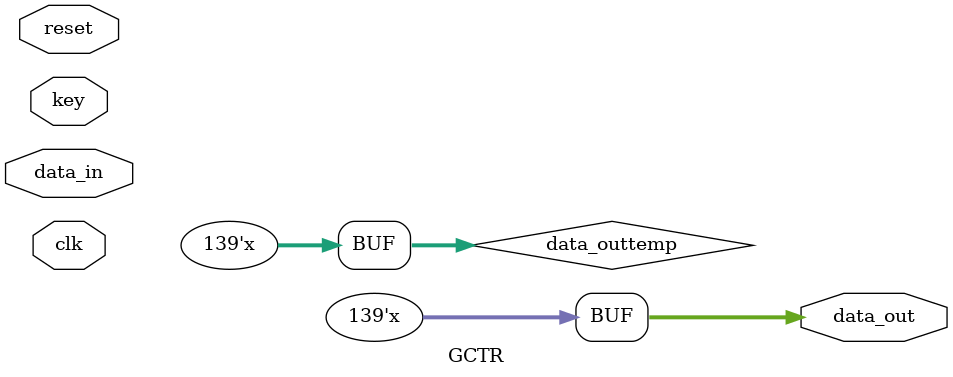
<source format=v>
module GCTR (
    input [138:0] data_in,
    input  reset,
    input [80:0] key,
    input clk,
    output [138:0]data_out
);
parameter n = 139;
parameter ICB  = 64'b1010101110101100100011001010011000000000000010101010100110001010;
reg [63:0] icb_temp;
reg [63:0] icb_reg;
reg [63:0] datax_round;
reg [63:0] data_xout;
reg [63:0] data_yround;     
reg [((n/64)+1)*64 : 0] data_x;
reg [(n-1) : 0] data_outtemp;

// reg [63:0] data_x[(n/64):0];
// reg [63:0] data_dem[(n/64):0];
// reg [63:0] data_ytemp[(n/64):0];
integer round;

always @(*) begin
    if(round < n /64)begin
       datax_round[63:0] <= data_in[(n-1)-round*64 : n -64*(round + 1)];
    end
    else begin
        datax_round [63:0] <= 0 + data_in[(n-1)-(n/64)*6 : 0];
    end
end 
// genvar i;
// generate begin
// for(i =0; i< (n/64); i= i +1)begin
//     data_x[i] = data_in[(n-1)- i*64 : n - 64*(i+1)] ; 
// end
// endgenerate
// assign data_x[(n/64)] = data_in[(n-1)-(n/64)*64 : 0];

//Cap nhat icb
Inc inc(.icb_in(icb_temp), .icb_out(icb_reg));

always @(posedge clk) 
begin
    if (reset == 1) begin
        icb_reg <= ICB;
    end
    else begin
        icb_temp <= icb_reg;
    end
end

always @(posedge clk) begin
    if(reset == 1 || round > (n/64+1)) begin
        round = 0;
    end
    else begin
        round <= round + 1;
    end
end

present80 PR(.outdata(data_xout), .indata(icb_reg),.clk(clk), .key(key), .load(reset));
always @(*) begin
     data_yround[63:0] <= data_xout[63:0] ^ datax_round[63:0];
     data_outtemp[(n-1)-round*64 : n -64*(round +1)] <= data_yround[63:0];
end
 assign data_out[(n-1):0] = data_outtemp[(n-1): 0];


// present80 PR(.outdata(data_dem[round]), .indata(icb_reg),.clk(clk), .key(key), .load(reset));
// always @(*) begin
//     data_ytemp[round] <= data_dem[round] ^ data_x[ound];
// end
// genvar j;
// generate begin
//     for(j=0; j <= n/64; j=j+1)begin
//         data_out[(n-1)- j*64 : n - 64*(j+1)] = data_ytemp[j];
//     end
// endgenerate
endmodule


</source>
